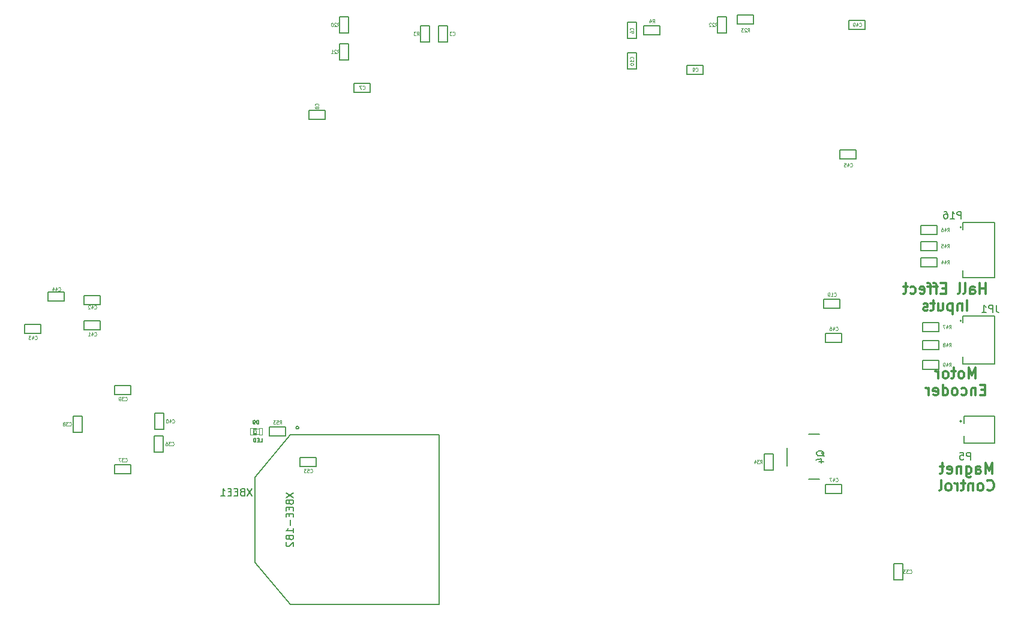
<source format=gbo>
G04 (created by PCBNEW (2013-05-31 BZR 4019)-stable) date 6/4/2013 8:20:18 PM*
%MOIN*%
G04 Gerber Fmt 3.4, Leading zero omitted, Abs format*
%FSLAX34Y34*%
G01*
G70*
G90*
G04 APERTURE LIST*
%ADD10C,0.00590551*%
%ADD11C,0.011811*%
%ADD12C,0.005*%
%ADD13C,0.0026*%
%ADD14C,0.004*%
%ADD15C,0.0045*%
G04 APERTURE END LIST*
G54D10*
G54D11*
X99149Y-55939D02*
X99149Y-55348D01*
X99149Y-55629D02*
X98812Y-55629D01*
X98812Y-55939D02*
X98812Y-55348D01*
X98277Y-55939D02*
X98277Y-55629D01*
X98306Y-55573D01*
X98362Y-55545D01*
X98474Y-55545D01*
X98531Y-55573D01*
X98277Y-55910D02*
X98334Y-55939D01*
X98474Y-55939D01*
X98531Y-55910D01*
X98559Y-55854D01*
X98559Y-55798D01*
X98531Y-55742D01*
X98474Y-55714D01*
X98334Y-55714D01*
X98277Y-55685D01*
X97912Y-55939D02*
X97968Y-55910D01*
X97996Y-55854D01*
X97996Y-55348D01*
X97603Y-55939D02*
X97659Y-55910D01*
X97687Y-55854D01*
X97687Y-55348D01*
X96928Y-55629D02*
X96731Y-55629D01*
X96646Y-55939D02*
X96928Y-55939D01*
X96928Y-55348D01*
X96646Y-55348D01*
X96478Y-55545D02*
X96253Y-55545D01*
X96393Y-55939D02*
X96393Y-55432D01*
X96365Y-55376D01*
X96309Y-55348D01*
X96253Y-55348D01*
X96140Y-55545D02*
X95915Y-55545D01*
X96056Y-55939D02*
X96056Y-55432D01*
X96028Y-55376D01*
X95971Y-55348D01*
X95915Y-55348D01*
X95493Y-55910D02*
X95550Y-55939D01*
X95662Y-55939D01*
X95718Y-55910D01*
X95747Y-55854D01*
X95747Y-55629D01*
X95718Y-55573D01*
X95662Y-55545D01*
X95550Y-55545D01*
X95493Y-55573D01*
X95465Y-55629D01*
X95465Y-55685D01*
X95747Y-55742D01*
X94959Y-55910D02*
X95015Y-55939D01*
X95128Y-55939D01*
X95184Y-55910D01*
X95212Y-55882D01*
X95240Y-55826D01*
X95240Y-55657D01*
X95212Y-55601D01*
X95184Y-55573D01*
X95128Y-55545D01*
X95015Y-55545D01*
X94959Y-55573D01*
X94790Y-55545D02*
X94565Y-55545D01*
X94706Y-55348D02*
X94706Y-55854D01*
X94678Y-55910D01*
X94622Y-55939D01*
X94565Y-55939D01*
X98109Y-56883D02*
X98109Y-56293D01*
X97828Y-56490D02*
X97828Y-56883D01*
X97828Y-56546D02*
X97799Y-56518D01*
X97743Y-56490D01*
X97659Y-56490D01*
X97603Y-56518D01*
X97574Y-56574D01*
X97574Y-56883D01*
X97293Y-56490D02*
X97293Y-57080D01*
X97293Y-56518D02*
X97237Y-56490D01*
X97124Y-56490D01*
X97068Y-56518D01*
X97040Y-56546D01*
X97012Y-56602D01*
X97012Y-56771D01*
X97040Y-56827D01*
X97068Y-56855D01*
X97124Y-56883D01*
X97237Y-56883D01*
X97293Y-56855D01*
X96506Y-56490D02*
X96506Y-56883D01*
X96759Y-56490D02*
X96759Y-56799D01*
X96731Y-56855D01*
X96675Y-56883D01*
X96590Y-56883D01*
X96534Y-56855D01*
X96506Y-56827D01*
X96309Y-56490D02*
X96084Y-56490D01*
X96225Y-56293D02*
X96225Y-56799D01*
X96196Y-56855D01*
X96140Y-56883D01*
X96084Y-56883D01*
X95915Y-56855D02*
X95859Y-56883D01*
X95747Y-56883D01*
X95690Y-56855D01*
X95662Y-56799D01*
X95662Y-56771D01*
X95690Y-56715D01*
X95747Y-56687D01*
X95831Y-56687D01*
X95887Y-56658D01*
X95915Y-56602D01*
X95915Y-56574D01*
X95887Y-56518D01*
X95831Y-56490D01*
X95747Y-56490D01*
X95690Y-56518D01*
X99520Y-65939D02*
X99520Y-65348D01*
X99323Y-65770D01*
X99126Y-65348D01*
X99126Y-65939D01*
X98592Y-65939D02*
X98592Y-65629D01*
X98620Y-65573D01*
X98676Y-65545D01*
X98788Y-65545D01*
X98845Y-65573D01*
X98592Y-65910D02*
X98648Y-65939D01*
X98788Y-65939D01*
X98845Y-65910D01*
X98873Y-65854D01*
X98873Y-65798D01*
X98845Y-65742D01*
X98788Y-65714D01*
X98648Y-65714D01*
X98592Y-65685D01*
X98057Y-65545D02*
X98057Y-66023D01*
X98085Y-66079D01*
X98114Y-66107D01*
X98170Y-66135D01*
X98254Y-66135D01*
X98310Y-66107D01*
X98057Y-65910D02*
X98114Y-65939D01*
X98226Y-65939D01*
X98282Y-65910D01*
X98310Y-65882D01*
X98339Y-65826D01*
X98339Y-65657D01*
X98310Y-65601D01*
X98282Y-65573D01*
X98226Y-65545D01*
X98114Y-65545D01*
X98057Y-65573D01*
X97776Y-65545D02*
X97776Y-65939D01*
X97776Y-65601D02*
X97748Y-65573D01*
X97692Y-65545D01*
X97607Y-65545D01*
X97551Y-65573D01*
X97523Y-65629D01*
X97523Y-65939D01*
X97017Y-65910D02*
X97073Y-65939D01*
X97186Y-65939D01*
X97242Y-65910D01*
X97270Y-65854D01*
X97270Y-65629D01*
X97242Y-65573D01*
X97186Y-65545D01*
X97073Y-65545D01*
X97017Y-65573D01*
X96989Y-65629D01*
X96989Y-65685D01*
X97270Y-65742D01*
X96820Y-65545D02*
X96595Y-65545D01*
X96736Y-65348D02*
X96736Y-65854D01*
X96707Y-65910D01*
X96651Y-65939D01*
X96595Y-65939D01*
X99224Y-66827D02*
X99252Y-66855D01*
X99337Y-66883D01*
X99393Y-66883D01*
X99477Y-66855D01*
X99534Y-66799D01*
X99562Y-66743D01*
X99590Y-66630D01*
X99590Y-66546D01*
X99562Y-66433D01*
X99534Y-66377D01*
X99477Y-66321D01*
X99393Y-66293D01*
X99337Y-66293D01*
X99252Y-66321D01*
X99224Y-66349D01*
X98887Y-66883D02*
X98943Y-66855D01*
X98971Y-66827D01*
X98999Y-66771D01*
X98999Y-66602D01*
X98971Y-66546D01*
X98943Y-66518D01*
X98887Y-66490D01*
X98803Y-66490D01*
X98746Y-66518D01*
X98718Y-66546D01*
X98690Y-66602D01*
X98690Y-66771D01*
X98718Y-66827D01*
X98746Y-66855D01*
X98803Y-66883D01*
X98887Y-66883D01*
X98437Y-66490D02*
X98437Y-66883D01*
X98437Y-66546D02*
X98409Y-66518D01*
X98353Y-66490D01*
X98268Y-66490D01*
X98212Y-66518D01*
X98184Y-66574D01*
X98184Y-66883D01*
X97987Y-66490D02*
X97762Y-66490D01*
X97903Y-66293D02*
X97903Y-66799D01*
X97875Y-66855D01*
X97818Y-66883D01*
X97762Y-66883D01*
X97565Y-66883D02*
X97565Y-66490D01*
X97565Y-66602D02*
X97537Y-66546D01*
X97509Y-66518D01*
X97453Y-66490D01*
X97396Y-66490D01*
X97115Y-66883D02*
X97171Y-66855D01*
X97200Y-66827D01*
X97228Y-66771D01*
X97228Y-66602D01*
X97200Y-66546D01*
X97171Y-66518D01*
X97115Y-66490D01*
X97031Y-66490D01*
X96975Y-66518D01*
X96947Y-66546D01*
X96918Y-66602D01*
X96918Y-66771D01*
X96947Y-66827D01*
X96975Y-66855D01*
X97031Y-66883D01*
X97115Y-66883D01*
X96581Y-66883D02*
X96637Y-66855D01*
X96665Y-66799D01*
X96665Y-66293D01*
X98582Y-60639D02*
X98582Y-60048D01*
X98385Y-60470D01*
X98188Y-60048D01*
X98188Y-60639D01*
X97823Y-60639D02*
X97879Y-60610D01*
X97907Y-60582D01*
X97935Y-60526D01*
X97935Y-60357D01*
X97907Y-60301D01*
X97879Y-60273D01*
X97823Y-60245D01*
X97739Y-60245D01*
X97682Y-60273D01*
X97654Y-60301D01*
X97626Y-60357D01*
X97626Y-60526D01*
X97654Y-60582D01*
X97682Y-60610D01*
X97739Y-60639D01*
X97823Y-60639D01*
X97457Y-60245D02*
X97232Y-60245D01*
X97373Y-60048D02*
X97373Y-60554D01*
X97345Y-60610D01*
X97289Y-60639D01*
X97232Y-60639D01*
X96951Y-60639D02*
X97007Y-60610D01*
X97035Y-60582D01*
X97064Y-60526D01*
X97064Y-60357D01*
X97035Y-60301D01*
X97007Y-60273D01*
X96951Y-60245D01*
X96867Y-60245D01*
X96811Y-60273D01*
X96782Y-60301D01*
X96754Y-60357D01*
X96754Y-60526D01*
X96782Y-60582D01*
X96811Y-60610D01*
X96867Y-60639D01*
X96951Y-60639D01*
X96501Y-60639D02*
X96501Y-60245D01*
X96501Y-60357D02*
X96473Y-60301D01*
X96445Y-60273D01*
X96389Y-60245D01*
X96332Y-60245D01*
X99116Y-61274D02*
X98920Y-61274D01*
X98835Y-61583D02*
X99116Y-61583D01*
X99116Y-60993D01*
X98835Y-60993D01*
X98582Y-61190D02*
X98582Y-61583D01*
X98582Y-61246D02*
X98554Y-61218D01*
X98498Y-61190D01*
X98413Y-61190D01*
X98357Y-61218D01*
X98329Y-61274D01*
X98329Y-61583D01*
X97795Y-61555D02*
X97851Y-61583D01*
X97964Y-61583D01*
X98020Y-61555D01*
X98048Y-61527D01*
X98076Y-61471D01*
X98076Y-61302D01*
X98048Y-61246D01*
X98020Y-61218D01*
X97964Y-61190D01*
X97851Y-61190D01*
X97795Y-61218D01*
X97457Y-61583D02*
X97514Y-61555D01*
X97542Y-61527D01*
X97570Y-61471D01*
X97570Y-61302D01*
X97542Y-61246D01*
X97514Y-61218D01*
X97457Y-61190D01*
X97373Y-61190D01*
X97317Y-61218D01*
X97289Y-61246D01*
X97260Y-61302D01*
X97260Y-61471D01*
X97289Y-61527D01*
X97317Y-61555D01*
X97373Y-61583D01*
X97457Y-61583D01*
X96754Y-61583D02*
X96754Y-60993D01*
X96754Y-61555D02*
X96811Y-61583D01*
X96923Y-61583D01*
X96979Y-61555D01*
X97007Y-61527D01*
X97035Y-61471D01*
X97035Y-61302D01*
X97007Y-61246D01*
X96979Y-61218D01*
X96923Y-61190D01*
X96811Y-61190D01*
X96754Y-61218D01*
X96248Y-61555D02*
X96304Y-61583D01*
X96417Y-61583D01*
X96473Y-61555D01*
X96501Y-61499D01*
X96501Y-61274D01*
X96473Y-61218D01*
X96417Y-61190D01*
X96304Y-61190D01*
X96248Y-61218D01*
X96220Y-61274D01*
X96220Y-61330D01*
X96501Y-61387D01*
X95967Y-61583D02*
X95967Y-61190D01*
X95967Y-61302D02*
X95939Y-61246D01*
X95911Y-61218D01*
X95854Y-61190D01*
X95798Y-61190D01*
G54D10*
X97870Y-54641D02*
X97870Y-55035D01*
X97870Y-55035D02*
X99641Y-55035D01*
X99641Y-55035D02*
X99641Y-54838D01*
X99641Y-52161D02*
X99641Y-51964D01*
X99641Y-51964D02*
X97870Y-51964D01*
X97870Y-51964D02*
X97870Y-52358D01*
X99641Y-54838D02*
X99641Y-54248D01*
X99641Y-52751D02*
X99641Y-52161D01*
X97791Y-52240D02*
G75*
G03X97791Y-52240I-39J0D01*
G74*
G01*
X99641Y-54248D02*
X99641Y-52948D01*
X99641Y-52948D02*
X99641Y-52751D01*
G54D12*
X85350Y-40950D02*
X86250Y-40950D01*
X86250Y-40950D02*
X86250Y-40450D01*
X86250Y-40450D02*
X85350Y-40450D01*
X85350Y-40450D02*
X85350Y-40950D01*
X84750Y-41450D02*
X84750Y-40550D01*
X84750Y-40550D02*
X84250Y-40550D01*
X84250Y-40550D02*
X84250Y-41450D01*
X84250Y-41450D02*
X84750Y-41450D01*
X68250Y-41950D02*
X68250Y-41050D01*
X68250Y-41050D02*
X67750Y-41050D01*
X67750Y-41050D02*
X67750Y-41950D01*
X67750Y-41950D02*
X68250Y-41950D01*
X63250Y-40550D02*
X63250Y-41450D01*
X63250Y-41450D02*
X63750Y-41450D01*
X63750Y-41450D02*
X63750Y-40550D01*
X63750Y-40550D02*
X63250Y-40550D01*
X63250Y-42050D02*
X63250Y-42950D01*
X63250Y-42950D02*
X63750Y-42950D01*
X63750Y-42950D02*
X63750Y-42050D01*
X63750Y-42050D02*
X63250Y-42050D01*
X81050Y-41050D02*
X80150Y-41050D01*
X80150Y-41050D02*
X80150Y-41550D01*
X80150Y-41550D02*
X81050Y-41550D01*
X81050Y-41550D02*
X81050Y-41050D01*
G54D10*
X97870Y-59444D02*
X97870Y-59838D01*
X97870Y-59838D02*
X99641Y-59838D01*
X99641Y-59838D02*
X99641Y-59248D01*
X99641Y-57751D02*
X99641Y-57161D01*
X99641Y-57161D02*
X97870Y-57161D01*
X97870Y-57161D02*
X97870Y-57555D01*
X97791Y-57437D02*
G75*
G03X97791Y-57437I-39J0D01*
G74*
G01*
X99641Y-59248D02*
X99641Y-57948D01*
X99641Y-57948D02*
X99641Y-57751D01*
X60972Y-63381D02*
G75*
G03X60972Y-63381I-78J0D01*
G74*
G01*
X68767Y-64169D02*
X68767Y-63775D01*
X68767Y-63775D02*
X60500Y-63775D01*
X60500Y-63775D02*
X58531Y-66137D01*
X58531Y-66137D02*
X58531Y-70862D01*
X58531Y-70862D02*
X60500Y-73224D01*
X60500Y-73224D02*
X68767Y-73224D01*
X68767Y-73224D02*
X68767Y-64169D01*
G54D12*
X95650Y-58050D02*
X96550Y-58050D01*
X96550Y-58050D02*
X96550Y-57550D01*
X96550Y-57550D02*
X95650Y-57550D01*
X95650Y-57550D02*
X95650Y-58050D01*
X95650Y-59050D02*
X96550Y-59050D01*
X96550Y-59050D02*
X96550Y-58550D01*
X96550Y-58550D02*
X95650Y-58550D01*
X95650Y-58550D02*
X95650Y-59050D01*
X95650Y-60150D02*
X96550Y-60150D01*
X96550Y-60150D02*
X96550Y-59650D01*
X96550Y-59650D02*
X95650Y-59650D01*
X95650Y-59650D02*
X95650Y-60150D01*
X95550Y-54450D02*
X96450Y-54450D01*
X96450Y-54450D02*
X96450Y-53950D01*
X96450Y-53950D02*
X95550Y-53950D01*
X95550Y-53950D02*
X95550Y-54450D01*
X95550Y-53550D02*
X96450Y-53550D01*
X96450Y-53550D02*
X96450Y-53050D01*
X96450Y-53050D02*
X95550Y-53050D01*
X95550Y-53050D02*
X95550Y-53550D01*
X95550Y-52650D02*
X96450Y-52650D01*
X96450Y-52650D02*
X96450Y-52150D01*
X96450Y-52150D02*
X95550Y-52150D01*
X95550Y-52150D02*
X95550Y-52650D01*
X61550Y-46250D02*
X62450Y-46250D01*
X62450Y-46250D02*
X62450Y-45750D01*
X62450Y-45750D02*
X61550Y-45750D01*
X61550Y-45750D02*
X61550Y-46250D01*
X90150Y-56750D02*
X91050Y-56750D01*
X91050Y-56750D02*
X91050Y-56250D01*
X91050Y-56250D02*
X90150Y-56250D01*
X90150Y-56250D02*
X90150Y-56750D01*
X64950Y-44250D02*
X64050Y-44250D01*
X64050Y-44250D02*
X64050Y-44750D01*
X64050Y-44750D02*
X64950Y-44750D01*
X64950Y-44750D02*
X64950Y-44250D01*
X82550Y-43750D02*
X83450Y-43750D01*
X83450Y-43750D02*
X83450Y-43250D01*
X83450Y-43250D02*
X82550Y-43250D01*
X82550Y-43250D02*
X82550Y-43750D01*
X79250Y-40850D02*
X79250Y-41750D01*
X79250Y-41750D02*
X79750Y-41750D01*
X79750Y-41750D02*
X79750Y-40850D01*
X79750Y-40850D02*
X79250Y-40850D01*
X91550Y-41250D02*
X92450Y-41250D01*
X92450Y-41250D02*
X92450Y-40750D01*
X92450Y-40750D02*
X91550Y-40750D01*
X91550Y-40750D02*
X91550Y-41250D01*
X68750Y-41050D02*
X68750Y-41950D01*
X68750Y-41950D02*
X69250Y-41950D01*
X69250Y-41950D02*
X69250Y-41050D01*
X69250Y-41050D02*
X68750Y-41050D01*
X79750Y-43450D02*
X79750Y-42550D01*
X79750Y-42550D02*
X79250Y-42550D01*
X79250Y-42550D02*
X79250Y-43450D01*
X79250Y-43450D02*
X79750Y-43450D01*
G54D10*
X97791Y-63027D02*
G75*
G03X97791Y-63027I-39J0D01*
G74*
G01*
X97948Y-63854D02*
X97948Y-64248D01*
X97948Y-64248D02*
X99641Y-64248D01*
X99641Y-64248D02*
X99641Y-62948D01*
X99641Y-62948D02*
X99641Y-62751D01*
X99641Y-62751D02*
X97948Y-62751D01*
X97948Y-62751D02*
X97948Y-63145D01*
X88100Y-65500D02*
X88100Y-64500D01*
X89300Y-63750D02*
X89900Y-63750D01*
X89900Y-66250D02*
X89300Y-66250D01*
G54D12*
X94550Y-71850D02*
X94550Y-70950D01*
X94550Y-70950D02*
X94050Y-70950D01*
X94050Y-70950D02*
X94050Y-71850D01*
X94050Y-71850D02*
X94550Y-71850D01*
X91150Y-58150D02*
X90250Y-58150D01*
X90250Y-58150D02*
X90250Y-58650D01*
X90250Y-58650D02*
X91150Y-58650D01*
X91150Y-58650D02*
X91150Y-58150D01*
X47050Y-56350D02*
X47950Y-56350D01*
X47950Y-56350D02*
X47950Y-55850D01*
X47950Y-55850D02*
X47050Y-55850D01*
X47050Y-55850D02*
X47050Y-56350D01*
X45750Y-58150D02*
X46650Y-58150D01*
X46650Y-58150D02*
X46650Y-57650D01*
X46650Y-57650D02*
X45750Y-57650D01*
X45750Y-57650D02*
X45750Y-58150D01*
X49050Y-57950D02*
X49950Y-57950D01*
X49950Y-57950D02*
X49950Y-57450D01*
X49950Y-57450D02*
X49050Y-57450D01*
X49050Y-57450D02*
X49050Y-57950D01*
X49950Y-56050D02*
X49050Y-56050D01*
X49050Y-56050D02*
X49050Y-56550D01*
X49050Y-56550D02*
X49950Y-56550D01*
X49950Y-56550D02*
X49950Y-56050D01*
X91050Y-48450D02*
X91950Y-48450D01*
X91950Y-48450D02*
X91950Y-47950D01*
X91950Y-47950D02*
X91050Y-47950D01*
X91050Y-47950D02*
X91050Y-48450D01*
X51650Y-65450D02*
X50750Y-65450D01*
X50750Y-65450D02*
X50750Y-65950D01*
X50750Y-65950D02*
X51650Y-65950D01*
X51650Y-65950D02*
X51650Y-65450D01*
X61050Y-65550D02*
X61950Y-65550D01*
X61950Y-65550D02*
X61950Y-65050D01*
X61950Y-65050D02*
X61050Y-65050D01*
X61050Y-65050D02*
X61050Y-65550D01*
X53450Y-64750D02*
X53450Y-63850D01*
X53450Y-63850D02*
X52950Y-63850D01*
X52950Y-63850D02*
X52950Y-64750D01*
X52950Y-64750D02*
X53450Y-64750D01*
X51650Y-61050D02*
X50750Y-61050D01*
X50750Y-61050D02*
X50750Y-61550D01*
X50750Y-61550D02*
X51650Y-61550D01*
X51650Y-61550D02*
X51650Y-61050D01*
X52979Y-62590D02*
X52979Y-63490D01*
X52979Y-63490D02*
X53479Y-63490D01*
X53479Y-63490D02*
X53479Y-62590D01*
X53479Y-62590D02*
X52979Y-62590D01*
X48450Y-62750D02*
X48450Y-63650D01*
X48450Y-63650D02*
X48950Y-63650D01*
X48950Y-63650D02*
X48950Y-62750D01*
X48950Y-62750D02*
X48450Y-62750D01*
X87350Y-65750D02*
X87350Y-64850D01*
X87350Y-64850D02*
X86850Y-64850D01*
X86850Y-64850D02*
X86850Y-65750D01*
X86850Y-65750D02*
X87350Y-65750D01*
X91150Y-66550D02*
X90250Y-66550D01*
X90250Y-66550D02*
X90250Y-67050D01*
X90250Y-67050D02*
X91150Y-67050D01*
X91150Y-67050D02*
X91150Y-66550D01*
G54D13*
X58423Y-63423D02*
X58423Y-63777D01*
X58423Y-63777D02*
X58266Y-63777D01*
X58266Y-63423D02*
X58266Y-63777D01*
X58423Y-63423D02*
X58266Y-63423D01*
X58934Y-63423D02*
X58934Y-63777D01*
X58934Y-63777D02*
X58777Y-63777D01*
X58777Y-63423D02*
X58777Y-63777D01*
X58934Y-63423D02*
X58777Y-63423D01*
X58600Y-63423D02*
X58600Y-63482D01*
X58600Y-63482D02*
X58482Y-63482D01*
X58482Y-63423D02*
X58482Y-63482D01*
X58600Y-63423D02*
X58482Y-63423D01*
X58600Y-63718D02*
X58600Y-63777D01*
X58600Y-63777D02*
X58482Y-63777D01*
X58482Y-63718D02*
X58482Y-63777D01*
X58600Y-63718D02*
X58482Y-63718D01*
X58600Y-63541D02*
X58600Y-63659D01*
X58600Y-63659D02*
X58482Y-63659D01*
X58482Y-63541D02*
X58482Y-63659D01*
X58600Y-63541D02*
X58482Y-63541D01*
G54D14*
X58423Y-63443D02*
X58777Y-63443D01*
X58423Y-63757D02*
X58777Y-63757D01*
G54D12*
X60250Y-63350D02*
X59350Y-63350D01*
X59350Y-63350D02*
X59350Y-63850D01*
X59350Y-63850D02*
X60250Y-63850D01*
X60250Y-63850D02*
X60250Y-63350D01*
G54D10*
X97778Y-51759D02*
X97778Y-51365D01*
X97628Y-51365D01*
X97590Y-51384D01*
X97571Y-51403D01*
X97553Y-51440D01*
X97553Y-51496D01*
X97571Y-51534D01*
X97590Y-51553D01*
X97628Y-51571D01*
X97778Y-51571D01*
X97178Y-51759D02*
X97403Y-51759D01*
X97290Y-51759D02*
X97290Y-51365D01*
X97328Y-51421D01*
X97365Y-51459D01*
X97403Y-51478D01*
X96840Y-51365D02*
X96915Y-51365D01*
X96953Y-51384D01*
X96971Y-51403D01*
X97009Y-51459D01*
X97028Y-51534D01*
X97028Y-51684D01*
X97009Y-51721D01*
X96990Y-51740D01*
X96953Y-51759D01*
X96878Y-51759D01*
X96840Y-51740D01*
X96821Y-51721D01*
X96803Y-51684D01*
X96803Y-51590D01*
X96821Y-51553D01*
X96840Y-51534D01*
X96878Y-51515D01*
X96953Y-51515D01*
X96990Y-51534D01*
X97009Y-51553D01*
X97028Y-51590D01*
G54D15*
X85915Y-41380D02*
X85975Y-41285D01*
X86018Y-41380D02*
X86018Y-41180D01*
X85950Y-41180D01*
X85932Y-41190D01*
X85924Y-41200D01*
X85915Y-41219D01*
X85915Y-41247D01*
X85924Y-41266D01*
X85932Y-41276D01*
X85950Y-41285D01*
X86018Y-41285D01*
X85847Y-41200D02*
X85838Y-41190D01*
X85821Y-41180D01*
X85778Y-41180D01*
X85761Y-41190D01*
X85752Y-41200D01*
X85744Y-41219D01*
X85744Y-41238D01*
X85752Y-41266D01*
X85855Y-41380D01*
X85744Y-41380D01*
X85684Y-41180D02*
X85572Y-41180D01*
X85632Y-41257D01*
X85607Y-41257D01*
X85590Y-41266D01*
X85581Y-41276D01*
X85572Y-41295D01*
X85572Y-41342D01*
X85581Y-41361D01*
X85590Y-41371D01*
X85607Y-41380D01*
X85658Y-41380D01*
X85675Y-41371D01*
X85684Y-41361D01*
X84115Y-41080D02*
X84175Y-40985D01*
X84218Y-41080D02*
X84218Y-40880D01*
X84150Y-40880D01*
X84132Y-40890D01*
X84124Y-40900D01*
X84115Y-40919D01*
X84115Y-40947D01*
X84124Y-40966D01*
X84132Y-40976D01*
X84150Y-40985D01*
X84218Y-40985D01*
X84047Y-40900D02*
X84038Y-40890D01*
X84021Y-40880D01*
X83978Y-40880D01*
X83961Y-40890D01*
X83952Y-40900D01*
X83944Y-40919D01*
X83944Y-40938D01*
X83952Y-40966D01*
X84055Y-41080D01*
X83944Y-41080D01*
X83875Y-40900D02*
X83867Y-40890D01*
X83850Y-40880D01*
X83807Y-40880D01*
X83790Y-40890D01*
X83781Y-40900D01*
X83772Y-40919D01*
X83772Y-40938D01*
X83781Y-40966D01*
X83884Y-41080D01*
X83772Y-41080D01*
X67530Y-41580D02*
X67590Y-41485D01*
X67632Y-41580D02*
X67632Y-41380D01*
X67564Y-41380D01*
X67547Y-41390D01*
X67538Y-41400D01*
X67530Y-41419D01*
X67530Y-41447D01*
X67538Y-41466D01*
X67547Y-41476D01*
X67564Y-41485D01*
X67632Y-41485D01*
X67470Y-41380D02*
X67358Y-41380D01*
X67418Y-41457D01*
X67392Y-41457D01*
X67375Y-41466D01*
X67367Y-41476D01*
X67358Y-41495D01*
X67358Y-41542D01*
X67367Y-41561D01*
X67375Y-41571D01*
X67392Y-41580D01*
X67444Y-41580D01*
X67461Y-41571D01*
X67470Y-41561D01*
X63115Y-41080D02*
X63175Y-40985D01*
X63218Y-41080D02*
X63218Y-40880D01*
X63150Y-40880D01*
X63132Y-40890D01*
X63124Y-40900D01*
X63115Y-40919D01*
X63115Y-40947D01*
X63124Y-40966D01*
X63132Y-40976D01*
X63150Y-40985D01*
X63218Y-40985D01*
X63047Y-40900D02*
X63038Y-40890D01*
X63021Y-40880D01*
X62978Y-40880D01*
X62961Y-40890D01*
X62952Y-40900D01*
X62944Y-40919D01*
X62944Y-40938D01*
X62952Y-40966D01*
X63055Y-41080D01*
X62944Y-41080D01*
X62832Y-40880D02*
X62815Y-40880D01*
X62798Y-40890D01*
X62790Y-40900D01*
X62781Y-40919D01*
X62772Y-40957D01*
X62772Y-41004D01*
X62781Y-41042D01*
X62790Y-41061D01*
X62798Y-41071D01*
X62815Y-41080D01*
X62832Y-41080D01*
X62850Y-41071D01*
X62858Y-41061D01*
X62867Y-41042D01*
X62875Y-41004D01*
X62875Y-40957D01*
X62867Y-40919D01*
X62858Y-40900D01*
X62850Y-40890D01*
X62832Y-40880D01*
X63115Y-42580D02*
X63175Y-42485D01*
X63218Y-42580D02*
X63218Y-42380D01*
X63150Y-42380D01*
X63132Y-42390D01*
X63124Y-42400D01*
X63115Y-42419D01*
X63115Y-42447D01*
X63124Y-42466D01*
X63132Y-42476D01*
X63150Y-42485D01*
X63218Y-42485D01*
X63047Y-42400D02*
X63038Y-42390D01*
X63021Y-42380D01*
X62978Y-42380D01*
X62961Y-42390D01*
X62952Y-42400D01*
X62944Y-42419D01*
X62944Y-42438D01*
X62952Y-42466D01*
X63055Y-42580D01*
X62944Y-42580D01*
X62772Y-42580D02*
X62875Y-42580D01*
X62824Y-42580D02*
X62824Y-42380D01*
X62841Y-42409D01*
X62858Y-42428D01*
X62875Y-42438D01*
X80630Y-40880D02*
X80690Y-40785D01*
X80732Y-40880D02*
X80732Y-40680D01*
X80664Y-40680D01*
X80647Y-40690D01*
X80638Y-40700D01*
X80630Y-40719D01*
X80630Y-40747D01*
X80638Y-40766D01*
X80647Y-40776D01*
X80664Y-40785D01*
X80732Y-40785D01*
X80475Y-40747D02*
X80475Y-40880D01*
X80518Y-40671D02*
X80561Y-40814D01*
X80450Y-40814D01*
G54D10*
X99728Y-56565D02*
X99728Y-56846D01*
X99746Y-56903D01*
X99784Y-56940D01*
X99840Y-56959D01*
X99878Y-56959D01*
X99540Y-56959D02*
X99540Y-56565D01*
X99390Y-56565D01*
X99353Y-56584D01*
X99334Y-56603D01*
X99315Y-56640D01*
X99315Y-56696D01*
X99334Y-56734D01*
X99353Y-56753D01*
X99390Y-56771D01*
X99540Y-56771D01*
X98940Y-56959D02*
X99165Y-56959D01*
X99053Y-56959D02*
X99053Y-56565D01*
X99090Y-56621D01*
X99128Y-56659D01*
X99165Y-56678D01*
X58371Y-66765D02*
X58109Y-67159D01*
X58109Y-66765D02*
X58371Y-67159D01*
X57828Y-66953D02*
X57771Y-66971D01*
X57753Y-66990D01*
X57734Y-67028D01*
X57734Y-67084D01*
X57753Y-67121D01*
X57771Y-67140D01*
X57809Y-67159D01*
X57959Y-67159D01*
X57959Y-66765D01*
X57828Y-66765D01*
X57790Y-66784D01*
X57771Y-66803D01*
X57753Y-66840D01*
X57753Y-66878D01*
X57771Y-66915D01*
X57790Y-66934D01*
X57828Y-66953D01*
X57959Y-66953D01*
X57565Y-66953D02*
X57434Y-66953D01*
X57378Y-67159D02*
X57565Y-67159D01*
X57565Y-66765D01*
X57378Y-66765D01*
X57209Y-66953D02*
X57078Y-66953D01*
X57021Y-67159D02*
X57209Y-67159D01*
X57209Y-66765D01*
X57021Y-66765D01*
X56646Y-67159D02*
X56871Y-67159D01*
X56759Y-67159D02*
X56759Y-66765D01*
X56796Y-66821D01*
X56834Y-66859D01*
X56871Y-66878D01*
X60265Y-67000D02*
X60659Y-67262D01*
X60265Y-67262D02*
X60659Y-67000D01*
X60453Y-67543D02*
X60471Y-67600D01*
X60490Y-67618D01*
X60528Y-67637D01*
X60584Y-67637D01*
X60621Y-67618D01*
X60640Y-67600D01*
X60659Y-67562D01*
X60659Y-67412D01*
X60265Y-67412D01*
X60265Y-67543D01*
X60284Y-67581D01*
X60303Y-67600D01*
X60340Y-67618D01*
X60378Y-67618D01*
X60415Y-67600D01*
X60434Y-67581D01*
X60453Y-67543D01*
X60453Y-67412D01*
X60453Y-67806D02*
X60453Y-67937D01*
X60659Y-67993D02*
X60659Y-67806D01*
X60265Y-67806D01*
X60265Y-67993D01*
X60453Y-68162D02*
X60453Y-68293D01*
X60659Y-68350D02*
X60659Y-68162D01*
X60265Y-68162D01*
X60265Y-68350D01*
X60509Y-68518D02*
X60509Y-68818D01*
X60659Y-69212D02*
X60659Y-68987D01*
X60659Y-69099D02*
X60265Y-69099D01*
X60321Y-69062D01*
X60359Y-69024D01*
X60378Y-68987D01*
X60453Y-69512D02*
X60471Y-69568D01*
X60490Y-69587D01*
X60528Y-69606D01*
X60584Y-69606D01*
X60621Y-69587D01*
X60640Y-69568D01*
X60659Y-69531D01*
X60659Y-69381D01*
X60265Y-69381D01*
X60265Y-69512D01*
X60284Y-69549D01*
X60303Y-69568D01*
X60340Y-69587D01*
X60378Y-69587D01*
X60415Y-69568D01*
X60434Y-69549D01*
X60453Y-69512D01*
X60453Y-69381D01*
X60303Y-69756D02*
X60284Y-69774D01*
X60265Y-69812D01*
X60265Y-69906D01*
X60284Y-69943D01*
X60303Y-69962D01*
X60340Y-69981D01*
X60378Y-69981D01*
X60434Y-69962D01*
X60659Y-69737D01*
X60659Y-69981D01*
G54D15*
X97115Y-57880D02*
X97175Y-57785D01*
X97218Y-57880D02*
X97218Y-57680D01*
X97150Y-57680D01*
X97132Y-57690D01*
X97124Y-57700D01*
X97115Y-57719D01*
X97115Y-57747D01*
X97124Y-57766D01*
X97132Y-57776D01*
X97150Y-57785D01*
X97218Y-57785D01*
X96961Y-57747D02*
X96961Y-57880D01*
X97004Y-57671D02*
X97047Y-57814D01*
X96935Y-57814D01*
X96884Y-57680D02*
X96764Y-57680D01*
X96841Y-57880D01*
X97115Y-58880D02*
X97175Y-58785D01*
X97218Y-58880D02*
X97218Y-58680D01*
X97150Y-58680D01*
X97132Y-58690D01*
X97124Y-58700D01*
X97115Y-58719D01*
X97115Y-58747D01*
X97124Y-58766D01*
X97132Y-58776D01*
X97150Y-58785D01*
X97218Y-58785D01*
X96961Y-58747D02*
X96961Y-58880D01*
X97004Y-58671D02*
X97047Y-58814D01*
X96935Y-58814D01*
X96841Y-58766D02*
X96858Y-58757D01*
X96867Y-58747D01*
X96875Y-58728D01*
X96875Y-58719D01*
X96867Y-58700D01*
X96858Y-58690D01*
X96841Y-58680D01*
X96807Y-58680D01*
X96790Y-58690D01*
X96781Y-58700D01*
X96772Y-58719D01*
X96772Y-58728D01*
X96781Y-58747D01*
X96790Y-58757D01*
X96807Y-58766D01*
X96841Y-58766D01*
X96858Y-58776D01*
X96867Y-58785D01*
X96875Y-58804D01*
X96875Y-58842D01*
X96867Y-58861D01*
X96858Y-58871D01*
X96841Y-58880D01*
X96807Y-58880D01*
X96790Y-58871D01*
X96781Y-58861D01*
X96772Y-58842D01*
X96772Y-58804D01*
X96781Y-58785D01*
X96790Y-58776D01*
X96807Y-58766D01*
X97115Y-59980D02*
X97175Y-59885D01*
X97218Y-59980D02*
X97218Y-59780D01*
X97150Y-59780D01*
X97132Y-59790D01*
X97124Y-59800D01*
X97115Y-59819D01*
X97115Y-59847D01*
X97124Y-59866D01*
X97132Y-59876D01*
X97150Y-59885D01*
X97218Y-59885D01*
X96961Y-59847D02*
X96961Y-59980D01*
X97004Y-59771D02*
X97047Y-59914D01*
X96935Y-59914D01*
X96858Y-59980D02*
X96824Y-59980D01*
X96807Y-59971D01*
X96798Y-59961D01*
X96781Y-59933D01*
X96772Y-59895D01*
X96772Y-59819D01*
X96781Y-59800D01*
X96790Y-59790D01*
X96807Y-59780D01*
X96841Y-59780D01*
X96858Y-59790D01*
X96867Y-59800D01*
X96875Y-59819D01*
X96875Y-59866D01*
X96867Y-59885D01*
X96858Y-59895D01*
X96841Y-59904D01*
X96807Y-59904D01*
X96790Y-59895D01*
X96781Y-59885D01*
X96772Y-59866D01*
X97015Y-54280D02*
X97075Y-54185D01*
X97118Y-54280D02*
X97118Y-54080D01*
X97050Y-54080D01*
X97032Y-54090D01*
X97024Y-54100D01*
X97015Y-54119D01*
X97015Y-54147D01*
X97024Y-54166D01*
X97032Y-54176D01*
X97050Y-54185D01*
X97118Y-54185D01*
X96861Y-54147D02*
X96861Y-54280D01*
X96904Y-54071D02*
X96947Y-54214D01*
X96835Y-54214D01*
X96690Y-54147D02*
X96690Y-54280D01*
X96732Y-54071D02*
X96775Y-54214D01*
X96664Y-54214D01*
X97015Y-53380D02*
X97075Y-53285D01*
X97118Y-53380D02*
X97118Y-53180D01*
X97050Y-53180D01*
X97032Y-53190D01*
X97024Y-53200D01*
X97015Y-53219D01*
X97015Y-53247D01*
X97024Y-53266D01*
X97032Y-53276D01*
X97050Y-53285D01*
X97118Y-53285D01*
X96861Y-53247D02*
X96861Y-53380D01*
X96904Y-53171D02*
X96947Y-53314D01*
X96835Y-53314D01*
X96681Y-53180D02*
X96767Y-53180D01*
X96775Y-53276D01*
X96767Y-53266D01*
X96750Y-53257D01*
X96707Y-53257D01*
X96690Y-53266D01*
X96681Y-53276D01*
X96672Y-53295D01*
X96672Y-53342D01*
X96681Y-53361D01*
X96690Y-53371D01*
X96707Y-53380D01*
X96750Y-53380D01*
X96767Y-53371D01*
X96775Y-53361D01*
X97015Y-52480D02*
X97075Y-52385D01*
X97118Y-52480D02*
X97118Y-52280D01*
X97050Y-52280D01*
X97032Y-52290D01*
X97024Y-52300D01*
X97015Y-52319D01*
X97015Y-52347D01*
X97024Y-52366D01*
X97032Y-52376D01*
X97050Y-52385D01*
X97118Y-52385D01*
X96861Y-52347D02*
X96861Y-52480D01*
X96904Y-52271D02*
X96947Y-52414D01*
X96835Y-52414D01*
X96690Y-52280D02*
X96724Y-52280D01*
X96741Y-52290D01*
X96750Y-52300D01*
X96767Y-52328D01*
X96775Y-52366D01*
X96775Y-52442D01*
X96767Y-52461D01*
X96758Y-52471D01*
X96741Y-52480D01*
X96707Y-52480D01*
X96690Y-52471D01*
X96681Y-52461D01*
X96672Y-52442D01*
X96672Y-52395D01*
X96681Y-52376D01*
X96690Y-52366D01*
X96707Y-52357D01*
X96741Y-52357D01*
X96758Y-52366D01*
X96767Y-52376D01*
X96775Y-52395D01*
X62061Y-45470D02*
X62071Y-45461D01*
X62080Y-45435D01*
X62080Y-45418D01*
X62071Y-45392D01*
X62052Y-45375D01*
X62033Y-45367D01*
X61995Y-45358D01*
X61966Y-45358D01*
X61928Y-45367D01*
X61909Y-45375D01*
X61890Y-45392D01*
X61880Y-45418D01*
X61880Y-45435D01*
X61890Y-45461D01*
X61900Y-45470D01*
X61966Y-45572D02*
X61957Y-45555D01*
X61947Y-45547D01*
X61928Y-45538D01*
X61919Y-45538D01*
X61900Y-45547D01*
X61890Y-45555D01*
X61880Y-45572D01*
X61880Y-45607D01*
X61890Y-45624D01*
X61900Y-45632D01*
X61919Y-45641D01*
X61928Y-45641D01*
X61947Y-45632D01*
X61957Y-45624D01*
X61966Y-45607D01*
X61966Y-45572D01*
X61976Y-45555D01*
X61985Y-45547D01*
X62004Y-45538D01*
X62042Y-45538D01*
X62061Y-45547D01*
X62071Y-45555D01*
X62080Y-45572D01*
X62080Y-45607D01*
X62071Y-45624D01*
X62061Y-45632D01*
X62042Y-45641D01*
X62004Y-45641D01*
X61985Y-45632D01*
X61976Y-45624D01*
X61966Y-45607D01*
X90715Y-56061D02*
X90724Y-56071D01*
X90750Y-56080D01*
X90767Y-56080D01*
X90792Y-56071D01*
X90810Y-56052D01*
X90818Y-56033D01*
X90827Y-55995D01*
X90827Y-55966D01*
X90818Y-55928D01*
X90810Y-55909D01*
X90792Y-55890D01*
X90767Y-55880D01*
X90750Y-55880D01*
X90724Y-55890D01*
X90715Y-55900D01*
X90544Y-56080D02*
X90647Y-56080D01*
X90595Y-56080D02*
X90595Y-55880D01*
X90612Y-55909D01*
X90630Y-55928D01*
X90647Y-55938D01*
X90458Y-56080D02*
X90424Y-56080D01*
X90407Y-56071D01*
X90398Y-56061D01*
X90381Y-56033D01*
X90372Y-55995D01*
X90372Y-55919D01*
X90381Y-55900D01*
X90390Y-55890D01*
X90407Y-55880D01*
X90441Y-55880D01*
X90458Y-55890D01*
X90467Y-55900D01*
X90475Y-55919D01*
X90475Y-55966D01*
X90467Y-55985D01*
X90458Y-55995D01*
X90441Y-56004D01*
X90407Y-56004D01*
X90390Y-55995D01*
X90381Y-55985D01*
X90372Y-55966D01*
X64530Y-44561D02*
X64538Y-44571D01*
X64564Y-44580D01*
X64581Y-44580D01*
X64607Y-44571D01*
X64624Y-44552D01*
X64632Y-44533D01*
X64641Y-44495D01*
X64641Y-44466D01*
X64632Y-44428D01*
X64624Y-44409D01*
X64607Y-44390D01*
X64581Y-44380D01*
X64564Y-44380D01*
X64538Y-44390D01*
X64530Y-44400D01*
X64470Y-44380D02*
X64350Y-44380D01*
X64427Y-44580D01*
X83030Y-43561D02*
X83038Y-43571D01*
X83064Y-43580D01*
X83081Y-43580D01*
X83107Y-43571D01*
X83124Y-43552D01*
X83132Y-43533D01*
X83141Y-43495D01*
X83141Y-43466D01*
X83132Y-43428D01*
X83124Y-43409D01*
X83107Y-43390D01*
X83081Y-43380D01*
X83064Y-43380D01*
X83038Y-43390D01*
X83030Y-43400D01*
X82944Y-43580D02*
X82910Y-43580D01*
X82892Y-43571D01*
X82884Y-43561D01*
X82867Y-43533D01*
X82858Y-43495D01*
X82858Y-43419D01*
X82867Y-43400D01*
X82875Y-43390D01*
X82892Y-43380D01*
X82927Y-43380D01*
X82944Y-43390D01*
X82952Y-43400D01*
X82961Y-43419D01*
X82961Y-43466D01*
X82952Y-43485D01*
X82944Y-43495D01*
X82927Y-43504D01*
X82892Y-43504D01*
X82875Y-43495D01*
X82867Y-43485D01*
X82858Y-43466D01*
X79561Y-41270D02*
X79571Y-41261D01*
X79580Y-41235D01*
X79580Y-41218D01*
X79571Y-41192D01*
X79552Y-41175D01*
X79533Y-41167D01*
X79495Y-41158D01*
X79466Y-41158D01*
X79428Y-41167D01*
X79409Y-41175D01*
X79390Y-41192D01*
X79380Y-41218D01*
X79380Y-41235D01*
X79390Y-41261D01*
X79400Y-41270D01*
X79380Y-41424D02*
X79380Y-41390D01*
X79390Y-41372D01*
X79400Y-41364D01*
X79428Y-41347D01*
X79466Y-41338D01*
X79542Y-41338D01*
X79561Y-41347D01*
X79571Y-41355D01*
X79580Y-41372D01*
X79580Y-41407D01*
X79571Y-41424D01*
X79561Y-41432D01*
X79542Y-41441D01*
X79495Y-41441D01*
X79476Y-41432D01*
X79466Y-41424D01*
X79457Y-41407D01*
X79457Y-41372D01*
X79466Y-41355D01*
X79476Y-41347D01*
X79495Y-41338D01*
X92115Y-41061D02*
X92124Y-41071D01*
X92150Y-41080D01*
X92167Y-41080D01*
X92192Y-41071D01*
X92210Y-41052D01*
X92218Y-41033D01*
X92227Y-40995D01*
X92227Y-40966D01*
X92218Y-40928D01*
X92210Y-40909D01*
X92192Y-40890D01*
X92167Y-40880D01*
X92150Y-40880D01*
X92124Y-40890D01*
X92115Y-40900D01*
X91961Y-40947D02*
X91961Y-41080D01*
X92004Y-40871D02*
X92047Y-41014D01*
X91935Y-41014D01*
X91858Y-41080D02*
X91824Y-41080D01*
X91807Y-41071D01*
X91798Y-41061D01*
X91781Y-41033D01*
X91772Y-40995D01*
X91772Y-40919D01*
X91781Y-40900D01*
X91790Y-40890D01*
X91807Y-40880D01*
X91841Y-40880D01*
X91858Y-40890D01*
X91867Y-40900D01*
X91875Y-40919D01*
X91875Y-40966D01*
X91867Y-40985D01*
X91858Y-40995D01*
X91841Y-41004D01*
X91807Y-41004D01*
X91790Y-40995D01*
X91781Y-40985D01*
X91772Y-40966D01*
X69530Y-41561D02*
X69538Y-41571D01*
X69564Y-41580D01*
X69581Y-41580D01*
X69607Y-41571D01*
X69624Y-41552D01*
X69632Y-41533D01*
X69641Y-41495D01*
X69641Y-41466D01*
X69632Y-41428D01*
X69624Y-41409D01*
X69607Y-41390D01*
X69581Y-41380D01*
X69564Y-41380D01*
X69538Y-41390D01*
X69530Y-41400D01*
X69470Y-41380D02*
X69358Y-41380D01*
X69418Y-41457D01*
X69392Y-41457D01*
X69375Y-41466D01*
X69367Y-41476D01*
X69358Y-41495D01*
X69358Y-41542D01*
X69367Y-41561D01*
X69375Y-41571D01*
X69392Y-41580D01*
X69444Y-41580D01*
X69461Y-41571D01*
X69470Y-41561D01*
X79561Y-42884D02*
X79571Y-42875D01*
X79580Y-42850D01*
X79580Y-42832D01*
X79571Y-42807D01*
X79552Y-42790D01*
X79533Y-42781D01*
X79495Y-42772D01*
X79466Y-42772D01*
X79428Y-42781D01*
X79409Y-42790D01*
X79390Y-42807D01*
X79380Y-42832D01*
X79380Y-42850D01*
X79390Y-42875D01*
X79400Y-42884D01*
X79580Y-43055D02*
X79580Y-42952D01*
X79580Y-43004D02*
X79380Y-43004D01*
X79409Y-42987D01*
X79428Y-42970D01*
X79438Y-42952D01*
X79380Y-43167D02*
X79380Y-43184D01*
X79390Y-43201D01*
X79400Y-43210D01*
X79419Y-43218D01*
X79457Y-43227D01*
X79504Y-43227D01*
X79542Y-43218D01*
X79561Y-43210D01*
X79571Y-43201D01*
X79580Y-43184D01*
X79580Y-43167D01*
X79571Y-43150D01*
X79561Y-43141D01*
X79542Y-43132D01*
X79504Y-43124D01*
X79457Y-43124D01*
X79419Y-43132D01*
X79400Y-43141D01*
X79390Y-43150D01*
X79380Y-43167D01*
G54D10*
X98290Y-65159D02*
X98290Y-64765D01*
X98140Y-64765D01*
X98103Y-64784D01*
X98084Y-64803D01*
X98065Y-64840D01*
X98065Y-64896D01*
X98084Y-64934D01*
X98103Y-64953D01*
X98140Y-64971D01*
X98290Y-64971D01*
X97709Y-64765D02*
X97896Y-64765D01*
X97915Y-64953D01*
X97896Y-64934D01*
X97859Y-64915D01*
X97765Y-64915D01*
X97728Y-64934D01*
X97709Y-64953D01*
X97690Y-64990D01*
X97690Y-65084D01*
X97709Y-65121D01*
X97728Y-65140D01*
X97765Y-65159D01*
X97859Y-65159D01*
X97896Y-65140D01*
X97915Y-65121D01*
X90169Y-64962D02*
X90150Y-64925D01*
X90113Y-64887D01*
X90056Y-64831D01*
X90038Y-64793D01*
X90038Y-64756D01*
X90131Y-64775D02*
X90113Y-64737D01*
X90075Y-64700D01*
X90000Y-64681D01*
X89869Y-64681D01*
X89794Y-64700D01*
X89756Y-64737D01*
X89738Y-64775D01*
X89738Y-64850D01*
X89756Y-64887D01*
X89794Y-64925D01*
X89869Y-64943D01*
X90000Y-64943D01*
X90075Y-64925D01*
X90113Y-64887D01*
X90131Y-64850D01*
X90131Y-64775D01*
X89869Y-65281D02*
X90131Y-65281D01*
X89719Y-65187D02*
X90000Y-65093D01*
X90000Y-65337D01*
G54D15*
X94915Y-71461D02*
X94924Y-71471D01*
X94950Y-71480D01*
X94967Y-71480D01*
X94992Y-71471D01*
X95010Y-71452D01*
X95018Y-71433D01*
X95027Y-71395D01*
X95027Y-71366D01*
X95018Y-71328D01*
X95010Y-71309D01*
X94992Y-71290D01*
X94967Y-71280D01*
X94950Y-71280D01*
X94924Y-71290D01*
X94915Y-71300D01*
X94855Y-71280D02*
X94744Y-71280D01*
X94804Y-71357D01*
X94778Y-71357D01*
X94761Y-71366D01*
X94752Y-71376D01*
X94744Y-71395D01*
X94744Y-71442D01*
X94752Y-71461D01*
X94761Y-71471D01*
X94778Y-71480D01*
X94830Y-71480D01*
X94847Y-71471D01*
X94855Y-71461D01*
X94684Y-71280D02*
X94572Y-71280D01*
X94632Y-71357D01*
X94607Y-71357D01*
X94590Y-71366D01*
X94581Y-71376D01*
X94572Y-71395D01*
X94572Y-71442D01*
X94581Y-71461D01*
X94590Y-71471D01*
X94607Y-71480D01*
X94658Y-71480D01*
X94675Y-71471D01*
X94684Y-71461D01*
X90815Y-57961D02*
X90824Y-57971D01*
X90850Y-57980D01*
X90867Y-57980D01*
X90892Y-57971D01*
X90910Y-57952D01*
X90918Y-57933D01*
X90927Y-57895D01*
X90927Y-57866D01*
X90918Y-57828D01*
X90910Y-57809D01*
X90892Y-57790D01*
X90867Y-57780D01*
X90850Y-57780D01*
X90824Y-57790D01*
X90815Y-57800D01*
X90661Y-57847D02*
X90661Y-57980D01*
X90704Y-57771D02*
X90747Y-57914D01*
X90635Y-57914D01*
X90490Y-57780D02*
X90524Y-57780D01*
X90541Y-57790D01*
X90550Y-57800D01*
X90567Y-57828D01*
X90575Y-57866D01*
X90575Y-57942D01*
X90567Y-57961D01*
X90558Y-57971D01*
X90541Y-57980D01*
X90507Y-57980D01*
X90490Y-57971D01*
X90481Y-57961D01*
X90472Y-57942D01*
X90472Y-57895D01*
X90481Y-57876D01*
X90490Y-57866D01*
X90507Y-57857D01*
X90541Y-57857D01*
X90558Y-57866D01*
X90567Y-57876D01*
X90575Y-57895D01*
X47615Y-55761D02*
X47624Y-55771D01*
X47650Y-55780D01*
X47667Y-55780D01*
X47692Y-55771D01*
X47710Y-55752D01*
X47718Y-55733D01*
X47727Y-55695D01*
X47727Y-55666D01*
X47718Y-55628D01*
X47710Y-55609D01*
X47692Y-55590D01*
X47667Y-55580D01*
X47650Y-55580D01*
X47624Y-55590D01*
X47615Y-55600D01*
X47461Y-55647D02*
X47461Y-55780D01*
X47504Y-55571D02*
X47547Y-55714D01*
X47435Y-55714D01*
X47290Y-55647D02*
X47290Y-55780D01*
X47332Y-55571D02*
X47375Y-55714D01*
X47264Y-55714D01*
X46315Y-58461D02*
X46324Y-58471D01*
X46350Y-58480D01*
X46367Y-58480D01*
X46392Y-58471D01*
X46410Y-58452D01*
X46418Y-58433D01*
X46427Y-58395D01*
X46427Y-58366D01*
X46418Y-58328D01*
X46410Y-58309D01*
X46392Y-58290D01*
X46367Y-58280D01*
X46350Y-58280D01*
X46324Y-58290D01*
X46315Y-58300D01*
X46161Y-58347D02*
X46161Y-58480D01*
X46204Y-58271D02*
X46247Y-58414D01*
X46135Y-58414D01*
X46084Y-58280D02*
X45972Y-58280D01*
X46032Y-58357D01*
X46007Y-58357D01*
X45990Y-58366D01*
X45981Y-58376D01*
X45972Y-58395D01*
X45972Y-58442D01*
X45981Y-58461D01*
X45990Y-58471D01*
X46007Y-58480D01*
X46058Y-58480D01*
X46075Y-58471D01*
X46084Y-58461D01*
X49615Y-58261D02*
X49624Y-58271D01*
X49650Y-58280D01*
X49667Y-58280D01*
X49692Y-58271D01*
X49710Y-58252D01*
X49718Y-58233D01*
X49727Y-58195D01*
X49727Y-58166D01*
X49718Y-58128D01*
X49710Y-58109D01*
X49692Y-58090D01*
X49667Y-58080D01*
X49650Y-58080D01*
X49624Y-58090D01*
X49615Y-58100D01*
X49461Y-58147D02*
X49461Y-58280D01*
X49504Y-58071D02*
X49547Y-58214D01*
X49435Y-58214D01*
X49272Y-58280D02*
X49375Y-58280D01*
X49324Y-58280D02*
X49324Y-58080D01*
X49341Y-58109D01*
X49358Y-58128D01*
X49375Y-58138D01*
X49615Y-56761D02*
X49624Y-56771D01*
X49650Y-56780D01*
X49667Y-56780D01*
X49692Y-56771D01*
X49710Y-56752D01*
X49718Y-56733D01*
X49727Y-56695D01*
X49727Y-56666D01*
X49718Y-56628D01*
X49710Y-56609D01*
X49692Y-56590D01*
X49667Y-56580D01*
X49650Y-56580D01*
X49624Y-56590D01*
X49615Y-56600D01*
X49461Y-56647D02*
X49461Y-56780D01*
X49504Y-56571D02*
X49547Y-56714D01*
X49435Y-56714D01*
X49375Y-56600D02*
X49367Y-56590D01*
X49350Y-56580D01*
X49307Y-56580D01*
X49290Y-56590D01*
X49281Y-56600D01*
X49272Y-56619D01*
X49272Y-56638D01*
X49281Y-56666D01*
X49384Y-56780D01*
X49272Y-56780D01*
X91615Y-48861D02*
X91624Y-48871D01*
X91650Y-48880D01*
X91667Y-48880D01*
X91692Y-48871D01*
X91710Y-48852D01*
X91718Y-48833D01*
X91727Y-48795D01*
X91727Y-48766D01*
X91718Y-48728D01*
X91710Y-48709D01*
X91692Y-48690D01*
X91667Y-48680D01*
X91650Y-48680D01*
X91624Y-48690D01*
X91615Y-48700D01*
X91461Y-48747D02*
X91461Y-48880D01*
X91504Y-48671D02*
X91547Y-48814D01*
X91435Y-48814D01*
X91281Y-48680D02*
X91367Y-48680D01*
X91375Y-48776D01*
X91367Y-48766D01*
X91350Y-48757D01*
X91307Y-48757D01*
X91290Y-48766D01*
X91281Y-48776D01*
X91272Y-48795D01*
X91272Y-48842D01*
X91281Y-48861D01*
X91290Y-48871D01*
X91307Y-48880D01*
X91350Y-48880D01*
X91367Y-48871D01*
X91375Y-48861D01*
X51315Y-65261D02*
X51324Y-65271D01*
X51350Y-65280D01*
X51367Y-65280D01*
X51392Y-65271D01*
X51410Y-65252D01*
X51418Y-65233D01*
X51427Y-65195D01*
X51427Y-65166D01*
X51418Y-65128D01*
X51410Y-65109D01*
X51392Y-65090D01*
X51367Y-65080D01*
X51350Y-65080D01*
X51324Y-65090D01*
X51315Y-65100D01*
X51255Y-65080D02*
X51144Y-65080D01*
X51204Y-65157D01*
X51178Y-65157D01*
X51161Y-65166D01*
X51152Y-65176D01*
X51144Y-65195D01*
X51144Y-65242D01*
X51152Y-65261D01*
X51161Y-65271D01*
X51178Y-65280D01*
X51230Y-65280D01*
X51247Y-65271D01*
X51255Y-65261D01*
X51084Y-65080D02*
X50964Y-65080D01*
X51041Y-65280D01*
X61615Y-65861D02*
X61624Y-65871D01*
X61650Y-65880D01*
X61667Y-65880D01*
X61692Y-65871D01*
X61710Y-65852D01*
X61718Y-65833D01*
X61727Y-65795D01*
X61727Y-65766D01*
X61718Y-65728D01*
X61710Y-65709D01*
X61692Y-65690D01*
X61667Y-65680D01*
X61650Y-65680D01*
X61624Y-65690D01*
X61615Y-65700D01*
X61452Y-65680D02*
X61538Y-65680D01*
X61547Y-65776D01*
X61538Y-65766D01*
X61521Y-65757D01*
X61478Y-65757D01*
X61461Y-65766D01*
X61452Y-65776D01*
X61444Y-65795D01*
X61444Y-65842D01*
X61452Y-65861D01*
X61461Y-65871D01*
X61478Y-65880D01*
X61521Y-65880D01*
X61538Y-65871D01*
X61547Y-65861D01*
X61384Y-65680D02*
X61272Y-65680D01*
X61332Y-65757D01*
X61307Y-65757D01*
X61290Y-65766D01*
X61281Y-65776D01*
X61272Y-65795D01*
X61272Y-65842D01*
X61281Y-65861D01*
X61290Y-65871D01*
X61307Y-65880D01*
X61358Y-65880D01*
X61375Y-65871D01*
X61384Y-65861D01*
X53915Y-64361D02*
X53924Y-64371D01*
X53950Y-64380D01*
X53967Y-64380D01*
X53992Y-64371D01*
X54010Y-64352D01*
X54018Y-64333D01*
X54027Y-64295D01*
X54027Y-64266D01*
X54018Y-64228D01*
X54010Y-64209D01*
X53992Y-64190D01*
X53967Y-64180D01*
X53950Y-64180D01*
X53924Y-64190D01*
X53915Y-64200D01*
X53855Y-64180D02*
X53744Y-64180D01*
X53804Y-64257D01*
X53778Y-64257D01*
X53761Y-64266D01*
X53752Y-64276D01*
X53744Y-64295D01*
X53744Y-64342D01*
X53752Y-64361D01*
X53761Y-64371D01*
X53778Y-64380D01*
X53830Y-64380D01*
X53847Y-64371D01*
X53855Y-64361D01*
X53590Y-64180D02*
X53624Y-64180D01*
X53641Y-64190D01*
X53650Y-64200D01*
X53667Y-64228D01*
X53675Y-64266D01*
X53675Y-64342D01*
X53667Y-64361D01*
X53658Y-64371D01*
X53641Y-64380D01*
X53607Y-64380D01*
X53590Y-64371D01*
X53581Y-64361D01*
X53572Y-64342D01*
X53572Y-64295D01*
X53581Y-64276D01*
X53590Y-64266D01*
X53607Y-64257D01*
X53641Y-64257D01*
X53658Y-64266D01*
X53667Y-64276D01*
X53675Y-64295D01*
X51315Y-61861D02*
X51324Y-61871D01*
X51350Y-61880D01*
X51367Y-61880D01*
X51392Y-61871D01*
X51410Y-61852D01*
X51418Y-61833D01*
X51427Y-61795D01*
X51427Y-61766D01*
X51418Y-61728D01*
X51410Y-61709D01*
X51392Y-61690D01*
X51367Y-61680D01*
X51350Y-61680D01*
X51324Y-61690D01*
X51315Y-61700D01*
X51255Y-61680D02*
X51144Y-61680D01*
X51204Y-61757D01*
X51178Y-61757D01*
X51161Y-61766D01*
X51152Y-61776D01*
X51144Y-61795D01*
X51144Y-61842D01*
X51152Y-61861D01*
X51161Y-61871D01*
X51178Y-61880D01*
X51230Y-61880D01*
X51247Y-61871D01*
X51255Y-61861D01*
X51058Y-61880D02*
X51024Y-61880D01*
X51007Y-61871D01*
X50998Y-61861D01*
X50981Y-61833D01*
X50972Y-61795D01*
X50972Y-61719D01*
X50981Y-61700D01*
X50990Y-61690D01*
X51007Y-61680D01*
X51041Y-61680D01*
X51058Y-61690D01*
X51067Y-61700D01*
X51075Y-61719D01*
X51075Y-61766D01*
X51067Y-61785D01*
X51058Y-61795D01*
X51041Y-61804D01*
X51007Y-61804D01*
X50990Y-61795D01*
X50981Y-61785D01*
X50972Y-61766D01*
X53945Y-63102D02*
X53954Y-63111D01*
X53979Y-63121D01*
X53997Y-63121D01*
X54022Y-63111D01*
X54039Y-63092D01*
X54048Y-63073D01*
X54057Y-63035D01*
X54057Y-63006D01*
X54048Y-62968D01*
X54039Y-62949D01*
X54022Y-62930D01*
X53997Y-62921D01*
X53979Y-62921D01*
X53954Y-62930D01*
X53945Y-62940D01*
X53791Y-62987D02*
X53791Y-63121D01*
X53834Y-62911D02*
X53877Y-63054D01*
X53765Y-63054D01*
X53662Y-62921D02*
X53645Y-62921D01*
X53628Y-62930D01*
X53619Y-62940D01*
X53611Y-62959D01*
X53602Y-62997D01*
X53602Y-63044D01*
X53611Y-63083D01*
X53619Y-63102D01*
X53628Y-63111D01*
X53645Y-63121D01*
X53662Y-63121D01*
X53679Y-63111D01*
X53688Y-63102D01*
X53697Y-63083D01*
X53705Y-63044D01*
X53705Y-62997D01*
X53697Y-62959D01*
X53688Y-62940D01*
X53679Y-62930D01*
X53662Y-62921D01*
X48215Y-63261D02*
X48224Y-63271D01*
X48250Y-63280D01*
X48267Y-63280D01*
X48292Y-63271D01*
X48310Y-63252D01*
X48318Y-63233D01*
X48327Y-63195D01*
X48327Y-63166D01*
X48318Y-63128D01*
X48310Y-63109D01*
X48292Y-63090D01*
X48267Y-63080D01*
X48250Y-63080D01*
X48224Y-63090D01*
X48215Y-63100D01*
X48155Y-63080D02*
X48044Y-63080D01*
X48104Y-63157D01*
X48078Y-63157D01*
X48061Y-63166D01*
X48052Y-63176D01*
X48044Y-63195D01*
X48044Y-63242D01*
X48052Y-63261D01*
X48061Y-63271D01*
X48078Y-63280D01*
X48130Y-63280D01*
X48147Y-63271D01*
X48155Y-63261D01*
X47941Y-63166D02*
X47958Y-63157D01*
X47967Y-63147D01*
X47975Y-63128D01*
X47975Y-63119D01*
X47967Y-63100D01*
X47958Y-63090D01*
X47941Y-63080D01*
X47907Y-63080D01*
X47890Y-63090D01*
X47881Y-63100D01*
X47872Y-63119D01*
X47872Y-63128D01*
X47881Y-63147D01*
X47890Y-63157D01*
X47907Y-63166D01*
X47941Y-63166D01*
X47958Y-63176D01*
X47967Y-63185D01*
X47975Y-63204D01*
X47975Y-63242D01*
X47967Y-63261D01*
X47958Y-63271D01*
X47941Y-63280D01*
X47907Y-63280D01*
X47890Y-63271D01*
X47881Y-63261D01*
X47872Y-63242D01*
X47872Y-63204D01*
X47881Y-63185D01*
X47890Y-63176D01*
X47907Y-63166D01*
X86615Y-65380D02*
X86675Y-65285D01*
X86718Y-65380D02*
X86718Y-65180D01*
X86650Y-65180D01*
X86632Y-65190D01*
X86624Y-65200D01*
X86615Y-65219D01*
X86615Y-65247D01*
X86624Y-65266D01*
X86632Y-65276D01*
X86650Y-65285D01*
X86718Y-65285D01*
X86555Y-65180D02*
X86444Y-65180D01*
X86504Y-65257D01*
X86478Y-65257D01*
X86461Y-65266D01*
X86452Y-65276D01*
X86444Y-65295D01*
X86444Y-65342D01*
X86452Y-65361D01*
X86461Y-65371D01*
X86478Y-65380D01*
X86530Y-65380D01*
X86547Y-65371D01*
X86555Y-65361D01*
X86290Y-65247D02*
X86290Y-65380D01*
X86332Y-65171D02*
X86375Y-65314D01*
X86264Y-65314D01*
X90815Y-66361D02*
X90824Y-66371D01*
X90850Y-66380D01*
X90867Y-66380D01*
X90892Y-66371D01*
X90910Y-66352D01*
X90918Y-66333D01*
X90927Y-66295D01*
X90927Y-66266D01*
X90918Y-66228D01*
X90910Y-66209D01*
X90892Y-66190D01*
X90867Y-66180D01*
X90850Y-66180D01*
X90824Y-66190D01*
X90815Y-66200D01*
X90661Y-66247D02*
X90661Y-66380D01*
X90704Y-66171D02*
X90747Y-66314D01*
X90635Y-66314D01*
X90584Y-66180D02*
X90464Y-66180D01*
X90541Y-66380D01*
G54D12*
X58747Y-63180D02*
X58747Y-62980D01*
X58700Y-62980D01*
X58671Y-62990D01*
X58652Y-63009D01*
X58642Y-63028D01*
X58633Y-63066D01*
X58633Y-63095D01*
X58642Y-63133D01*
X58652Y-63152D01*
X58671Y-63171D01*
X58700Y-63180D01*
X58747Y-63180D01*
X58538Y-63180D02*
X58500Y-63180D01*
X58480Y-63171D01*
X58471Y-63161D01*
X58452Y-63133D01*
X58442Y-63095D01*
X58442Y-63019D01*
X58452Y-63000D01*
X58461Y-62990D01*
X58480Y-62980D01*
X58519Y-62980D01*
X58538Y-62990D01*
X58547Y-63000D01*
X58557Y-63019D01*
X58557Y-63066D01*
X58547Y-63085D01*
X58538Y-63095D01*
X58519Y-63104D01*
X58480Y-63104D01*
X58461Y-63095D01*
X58452Y-63085D01*
X58442Y-63066D01*
X58828Y-64180D02*
X58923Y-64180D01*
X58923Y-63980D01*
X58761Y-64076D02*
X58695Y-64076D01*
X58666Y-64180D02*
X58761Y-64180D01*
X58761Y-63980D01*
X58666Y-63980D01*
X58580Y-64180D02*
X58580Y-63980D01*
X58533Y-63980D01*
X58504Y-63990D01*
X58485Y-64009D01*
X58476Y-64028D01*
X58466Y-64066D01*
X58466Y-64095D01*
X58476Y-64133D01*
X58485Y-64152D01*
X58504Y-64171D01*
X58533Y-64180D01*
X58580Y-64180D01*
G54D15*
X59915Y-63180D02*
X59975Y-63085D01*
X60018Y-63180D02*
X60018Y-62980D01*
X59950Y-62980D01*
X59932Y-62990D01*
X59924Y-63000D01*
X59915Y-63019D01*
X59915Y-63047D01*
X59924Y-63066D01*
X59932Y-63076D01*
X59950Y-63085D01*
X60018Y-63085D01*
X59752Y-62980D02*
X59838Y-62980D01*
X59847Y-63076D01*
X59838Y-63066D01*
X59821Y-63057D01*
X59778Y-63057D01*
X59761Y-63066D01*
X59752Y-63076D01*
X59744Y-63095D01*
X59744Y-63142D01*
X59752Y-63161D01*
X59761Y-63171D01*
X59778Y-63180D01*
X59821Y-63180D01*
X59838Y-63171D01*
X59847Y-63161D01*
X59684Y-62980D02*
X59572Y-62980D01*
X59632Y-63057D01*
X59607Y-63057D01*
X59590Y-63066D01*
X59581Y-63076D01*
X59572Y-63095D01*
X59572Y-63142D01*
X59581Y-63161D01*
X59590Y-63171D01*
X59607Y-63180D01*
X59658Y-63180D01*
X59675Y-63171D01*
X59684Y-63161D01*
M02*

</source>
